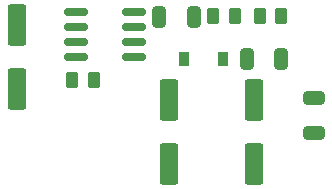
<source format=gtp>
%TF.GenerationSoftware,KiCad,Pcbnew,(6.0.7)*%
%TF.CreationDate,2022-10-15T23:28:00+03:00*%
%TF.ProjectId,mc34063-step-down-dev-0.3,6d633334-3036-4332-9d73-7465702d646f,rev?*%
%TF.SameCoordinates,Original*%
%TF.FileFunction,Paste,Top*%
%TF.FilePolarity,Positive*%
%FSLAX46Y46*%
G04 Gerber Fmt 4.6, Leading zero omitted, Abs format (unit mm)*
G04 Created by KiCad (PCBNEW (6.0.7)) date 2022-10-15 23:28:00*
%MOMM*%
%LPD*%
G01*
G04 APERTURE LIST*
G04 Aperture macros list*
%AMRoundRect*
0 Rectangle with rounded corners*
0 $1 Rounding radius*
0 $2 $3 $4 $5 $6 $7 $8 $9 X,Y pos of 4 corners*
0 Add a 4 corners polygon primitive as box body*
4,1,4,$2,$3,$4,$5,$6,$7,$8,$9,$2,$3,0*
0 Add four circle primitives for the rounded corners*
1,1,$1+$1,$2,$3*
1,1,$1+$1,$4,$5*
1,1,$1+$1,$6,$7*
1,1,$1+$1,$8,$9*
0 Add four rect primitives between the rounded corners*
20,1,$1+$1,$2,$3,$4,$5,0*
20,1,$1+$1,$4,$5,$6,$7,0*
20,1,$1+$1,$6,$7,$8,$9,0*
20,1,$1+$1,$8,$9,$2,$3,0*%
G04 Aperture macros list end*
%ADD10RoundRect,0.250000X-0.550000X1.500000X-0.550000X-1.500000X0.550000X-1.500000X0.550000X1.500000X0*%
%ADD11R,0.900000X1.200000*%
%ADD12RoundRect,0.250000X-0.325000X-0.650000X0.325000X-0.650000X0.325000X0.650000X-0.325000X0.650000X0*%
%ADD13RoundRect,0.250000X-0.650000X0.325000X-0.650000X-0.325000X0.650000X-0.325000X0.650000X0.325000X0*%
%ADD14RoundRect,0.250000X0.325000X0.650000X-0.325000X0.650000X-0.325000X-0.650000X0.325000X-0.650000X0*%
%ADD15RoundRect,0.250000X0.262500X0.450000X-0.262500X0.450000X-0.262500X-0.450000X0.262500X-0.450000X0*%
%ADD16RoundRect,0.150000X0.825000X0.150000X-0.825000X0.150000X-0.825000X-0.150000X0.825000X-0.150000X0*%
%ADD17RoundRect,0.250000X-0.262500X-0.450000X0.262500X-0.450000X0.262500X0.450000X-0.262500X0.450000X0*%
G04 APERTURE END LIST*
D10*
%TO.C,Co1*%
X99364800Y-55059600D03*
X99364800Y-60459600D03*
%TD*%
D11*
%TO.C,D1*%
X100712000Y-51612800D03*
X104012000Y-51612800D03*
%TD*%
D12*
%TO.C,Ct1*%
X98550200Y-48006000D03*
X101500200Y-48006000D03*
%TD*%
D13*
%TO.C,Co4*%
X111658400Y-54913000D03*
X111658400Y-57863000D03*
%TD*%
D14*
%TO.C,Co3*%
X108917000Y-51612800D03*
X105967000Y-51612800D03*
%TD*%
D10*
%TO.C,Ci1*%
X86563200Y-48735000D03*
X86563200Y-54135000D03*
%TD*%
%TO.C,Co2*%
X106603800Y-55059600D03*
X106603800Y-60459600D03*
%TD*%
D15*
%TO.C,R1*%
X108913300Y-47955200D03*
X107088300Y-47955200D03*
%TD*%
D16*
%TO.C,U1*%
X96455000Y-51435000D03*
X96455000Y-50165000D03*
X96455000Y-48895000D03*
X96455000Y-47625000D03*
X91505000Y-47625000D03*
X91505000Y-48895000D03*
X91505000Y-50165000D03*
X91505000Y-51435000D03*
%TD*%
D15*
%TO.C,R2*%
X104976300Y-47955200D03*
X103151300Y-47955200D03*
%TD*%
D17*
%TO.C,RSC1*%
X91187900Y-53340000D03*
X93012900Y-53340000D03*
%TD*%
M02*

</source>
